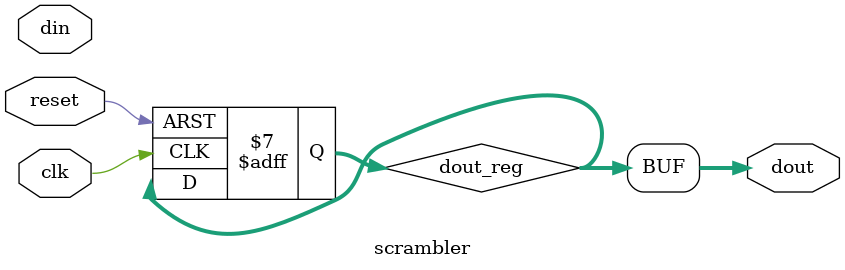
<source format=v>


`timescale 1ns/10ps

module scrambler (
    din,
    dout,
    clk,
    reset
);


input [6:0] din;
output [6:0] dout;
wire [6:0] dout;
input clk;
input reset;

reg [6:0] state;
reg [6:0] dout_reg;



always @(posedge clk, negedge reset) begin: SCRAMBLER_SCRAMBLE_LOGIC
    if (reset == 0) begin
        dout_reg <= 0;
        state <= 0;
    end
    else begin
        if (reset) begin
            state <= 7'h7f;
        end
        else begin
            state <= 1'b0;
        end
        dout_reg <= dout_reg;
    end
end



assign dout = dout_reg;

endmodule

</source>
